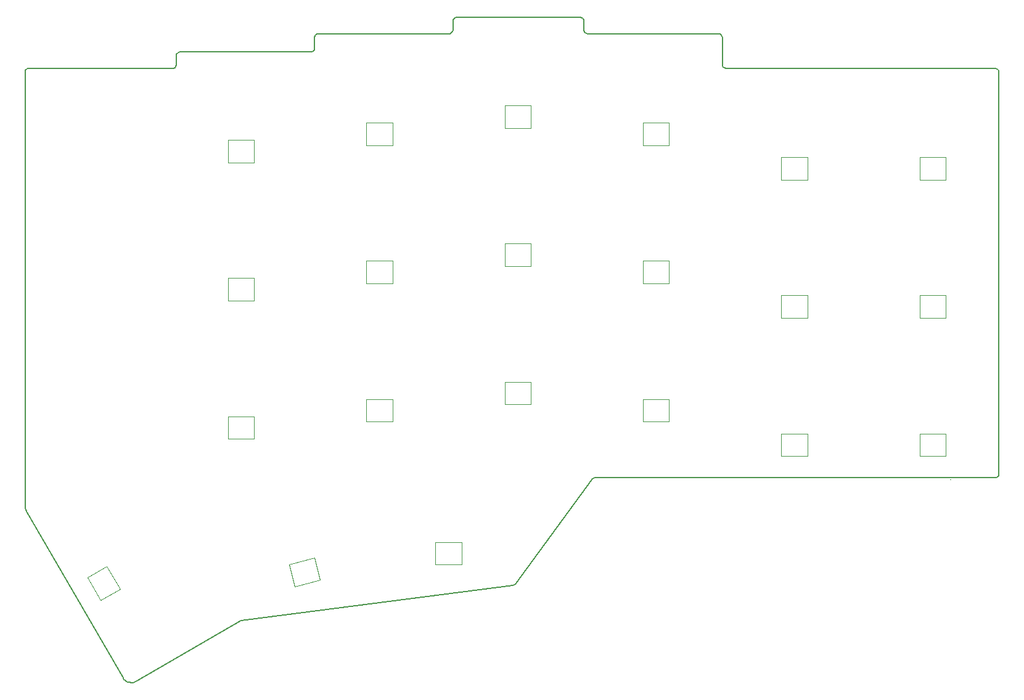
<source format=gm1>
G04 #@! TF.GenerationSoftware,KiCad,Pcbnew,(5.1.10)-1*
G04 #@! TF.CreationDate,2021-11-26T09:38:35+07:00*
G04 #@! TF.ProjectId,corne-cherry,636f726e-652d-4636-9865-7272792e6b69,3.0.1*
G04 #@! TF.SameCoordinates,Original*
G04 #@! TF.FileFunction,Profile,NP*
%FSLAX46Y46*%
G04 Gerber Fmt 4.6, Leading zero omitted, Abs format (unit mm)*
G04 Created by KiCad (PCBNEW (5.1.10)-1) date 2021-11-26 09:38:35*
%MOMM*%
%LPD*%
G01*
G04 APERTURE LIST*
G04 #@! TA.AperFunction,Profile*
%ADD10C,0.200000*%
G04 #@! TD*
G04 #@! TA.AperFunction,Profile*
%ADD11C,0.120000*%
G04 #@! TD*
G04 APERTURE END LIST*
D10*
X212522500Y-108144000D02*
X212522500Y-108143000D01*
X212522500Y-108133000D02*
X212521500Y-108133000D01*
X152406506Y-122670087D02*
X115736056Y-127440460D01*
X181156489Y-51170427D02*
X181156489Y-51170179D01*
X125156649Y-48920247D02*
X125107289Y-49137004D01*
X125107289Y-49137004D02*
X124974601Y-49306024D01*
X124974601Y-49306024D02*
X124781489Y-49404410D01*
X124781489Y-49404410D02*
X124656527Y-49420121D01*
X163303095Y-108066629D02*
X152760071Y-122523789D01*
X98859300Y-135451612D02*
X85633276Y-112519245D01*
X143656720Y-46920252D02*
X143656472Y-46920252D01*
X144156594Y-45170194D02*
X144205843Y-44953411D01*
X144205843Y-44953411D02*
X144338448Y-44784324D01*
X144338448Y-44784324D02*
X144531512Y-44685840D01*
X144531512Y-44685840D02*
X144656467Y-44670068D01*
X162156544Y-45170189D02*
X162156544Y-45170194D01*
X161656670Y-44670068D02*
X161873429Y-44719427D01*
X161873429Y-44719427D02*
X162042449Y-44852116D01*
X162042449Y-44852116D02*
X162140834Y-45045228D01*
X162140834Y-45045228D02*
X162156544Y-45170189D01*
X162156544Y-46420379D02*
X162156544Y-46420126D01*
X180656616Y-46920252D02*
X180873308Y-46969580D01*
X180873308Y-46969580D02*
X181042305Y-47102193D01*
X181042305Y-47102193D02*
X181140727Y-47295212D01*
X181140727Y-47295212D02*
X181156489Y-47420126D01*
X181656611Y-51670301D02*
X181439827Y-51621049D01*
X181439827Y-51621049D02*
X181270742Y-51488443D01*
X181270742Y-51488443D02*
X181172261Y-51295380D01*
X181172261Y-51295380D02*
X181156489Y-51170427D01*
X219156628Y-52170169D02*
X219156628Y-52170174D01*
X218656501Y-51670301D02*
X218873283Y-51719550D01*
X218873283Y-51719550D02*
X219042371Y-51852154D01*
X219042371Y-51852154D02*
X219140854Y-52045216D01*
X219140854Y-52045216D02*
X219156628Y-52170169D01*
X218656506Y-107920073D02*
X218656501Y-107920073D01*
X125156649Y-47420126D02*
X125205976Y-47203433D01*
X125205976Y-47203433D02*
X125338589Y-47034436D01*
X125338589Y-47034436D02*
X125531608Y-46936014D01*
X125531608Y-46936014D02*
X125656522Y-46920252D01*
X98862396Y-135456226D02*
X98859300Y-135451612D01*
X106156713Y-51170179D02*
X106107456Y-51386960D01*
X106107456Y-51386960D02*
X105974849Y-51556046D01*
X105974849Y-51556046D02*
X105781784Y-51654528D01*
X105781784Y-51654528D02*
X105656830Y-51670301D01*
X152760071Y-122523789D02*
X152586516Y-122636619D01*
X152586516Y-122636619D02*
X152406506Y-122670087D01*
X100787417Y-135831084D02*
X100603360Y-135935872D01*
X100603360Y-135935872D02*
X100410612Y-136009871D01*
X100410612Y-136009871D02*
X100212437Y-136053717D01*
X100212437Y-136053717D02*
X100012101Y-136068047D01*
X100012101Y-136068047D02*
X99747270Y-136042338D01*
X99747270Y-136042338D02*
X99492143Y-135966794D01*
X99492143Y-135966794D02*
X99311822Y-135878338D01*
X99311822Y-135878338D02*
X99144581Y-135763334D01*
X99144581Y-135763334D02*
X98993683Y-135622418D01*
X98993683Y-135622418D02*
X98862396Y-135456226D01*
X144156594Y-46420126D02*
X144107343Y-46636908D01*
X144107343Y-46636908D02*
X143974738Y-46805995D01*
X143974738Y-46805995D02*
X143781674Y-46904479D01*
X143781674Y-46904479D02*
X143656720Y-46920252D01*
X162656665Y-46920252D02*
X162439881Y-46871001D01*
X162439881Y-46871001D02*
X162270796Y-46738395D01*
X162270796Y-46738395D02*
X162172316Y-46545331D01*
X162172316Y-46545331D02*
X162156544Y-46420379D01*
X85907595Y-51668525D02*
X105656592Y-51670301D01*
X115081500Y-127570000D02*
X115283194Y-127515772D01*
X115283194Y-127515772D02*
X115487714Y-127473995D01*
X115487714Y-127473995D02*
X115694483Y-127444784D01*
X115694483Y-127444784D02*
X115736056Y-127440460D01*
X115081500Y-127570000D02*
X100787417Y-135831084D01*
X144157358Y-46418350D02*
X144157358Y-45168671D01*
X106158995Y-49918466D02*
X106156713Y-51170179D01*
X181657881Y-51668525D02*
X218656501Y-51670301D01*
X219156628Y-52170174D02*
X219158404Y-107418930D01*
X163303095Y-108066629D02*
X163476624Y-107953650D01*
X163476624Y-107953650D02*
X163656661Y-107920073D01*
X162658699Y-46918729D02*
X174666500Y-46918729D01*
X169779500Y-107920073D02*
X207779500Y-107919309D01*
X125158177Y-48917707D02*
X125158177Y-47419109D01*
X106656835Y-49418087D02*
X124657797Y-49418087D01*
X85633791Y-112517717D02*
X85544308Y-112338848D01*
X85544308Y-112338848D02*
X85468826Y-112124231D01*
X85468826Y-112124231D02*
X85422652Y-111901589D01*
X85422652Y-111901589D02*
X85406558Y-111673896D01*
X85406558Y-111673896D02*
X85406700Y-111645228D01*
X85407216Y-52168904D02*
X85407216Y-111642945D01*
X162158320Y-45168671D02*
X162158320Y-46418350D01*
X125658556Y-46918729D02*
X131779500Y-46918729D01*
X219156628Y-107420200D02*
X219107268Y-107636959D01*
X219107268Y-107636959D02*
X218974578Y-107805978D01*
X218974578Y-107805978D02*
X218781467Y-107904363D01*
X218781467Y-107904363D02*
X218656506Y-107920073D01*
X181157501Y-47419109D02*
X181157501Y-51168145D01*
X106156713Y-49920242D02*
X106205965Y-49703463D01*
X106205965Y-49703463D02*
X106338565Y-49534379D01*
X106338565Y-49534379D02*
X106531623Y-49435895D01*
X106531623Y-49435895D02*
X106656577Y-49420121D01*
X85406700Y-52170174D02*
X85456025Y-51953480D01*
X85456025Y-51953480D02*
X85588643Y-51784482D01*
X85588643Y-51784482D02*
X85781668Y-51686061D01*
X85781668Y-51686061D02*
X85906583Y-51670301D01*
X144657737Y-44668292D02*
X161657940Y-44668292D01*
X105656830Y-51670301D02*
X105656592Y-51670301D01*
X163656661Y-107920073D02*
X169779500Y-107920073D01*
X218656501Y-107920073D02*
X207779500Y-107919309D01*
X180656616Y-46920252D02*
X174529500Y-46920252D01*
X143656472Y-46920252D02*
X131779500Y-46918729D01*
D11*
X132259500Y-81222000D02*
X132259500Y-78122000D01*
X132259500Y-78122000D02*
X135859500Y-78122000D01*
X135859500Y-78122000D02*
X135859500Y-81222000D01*
X135859500Y-81222000D02*
X132259500Y-81222000D01*
X151259500Y-78847000D02*
X151259500Y-75747000D01*
X151259500Y-75747000D02*
X154859500Y-75747000D01*
X154859500Y-75747000D02*
X154859500Y-78847000D01*
X154859500Y-78847000D02*
X151259500Y-78847000D01*
X113259500Y-83597000D02*
X113259500Y-80497000D01*
X113259500Y-80497000D02*
X116859500Y-80497000D01*
X116859500Y-80497000D02*
X116859500Y-83597000D01*
X116859500Y-83597000D02*
X113259500Y-83597000D01*
X208259500Y-104972000D02*
X208259500Y-101872000D01*
X208259500Y-101872000D02*
X211859500Y-101872000D01*
X211859500Y-101872000D02*
X211859500Y-104972000D01*
X211859500Y-104972000D02*
X208259500Y-104972000D01*
X170259500Y-100222000D02*
X170259500Y-97122000D01*
X170259500Y-97122000D02*
X173859500Y-97122000D01*
X173859500Y-97122000D02*
X173859500Y-100222000D01*
X173859500Y-100222000D02*
X170259500Y-100222000D01*
X151259500Y-97847000D02*
X151259500Y-94747000D01*
X151259500Y-94747000D02*
X154859500Y-94747000D01*
X154859500Y-94747000D02*
X154859500Y-97847000D01*
X154859500Y-97847000D02*
X151259500Y-97847000D01*
X189259500Y-104972000D02*
X189259500Y-101872000D01*
X189259500Y-101872000D02*
X192859500Y-101872000D01*
X192859500Y-101872000D02*
X192859500Y-104972000D01*
X192859500Y-104972000D02*
X189259500Y-104972000D01*
X132259500Y-100222000D02*
X132259500Y-97122000D01*
X132259500Y-97122000D02*
X135859500Y-97122000D01*
X135859500Y-97122000D02*
X135859500Y-100222000D01*
X135859500Y-100222000D02*
X132259500Y-100222000D01*
X113259500Y-102597000D02*
X113259500Y-99497000D01*
X113259500Y-99497000D02*
X116859500Y-99497000D01*
X116859500Y-99497000D02*
X116859500Y-102597000D01*
X116859500Y-102597000D02*
X113259500Y-102597000D01*
X141759500Y-119847000D02*
X141759500Y-116747000D01*
X141759500Y-116747000D02*
X145359500Y-116747000D01*
X145359500Y-116747000D02*
X145359500Y-119847000D01*
X145359500Y-119847000D02*
X141759500Y-119847000D01*
X122458393Y-122843207D02*
X121656054Y-119848837D01*
X121656054Y-119848837D02*
X125133387Y-118917089D01*
X125133387Y-118917089D02*
X125935726Y-121911459D01*
X125935726Y-121911459D02*
X122458393Y-122843207D01*
X151259500Y-59847000D02*
X151259500Y-56747000D01*
X151259500Y-56747000D02*
X154859500Y-56747000D01*
X154859500Y-56747000D02*
X154859500Y-59847000D01*
X154859500Y-59847000D02*
X151259500Y-59847000D01*
X170259500Y-62222000D02*
X170259500Y-59122000D01*
X170259500Y-59122000D02*
X173859500Y-59122000D01*
X173859500Y-59122000D02*
X173859500Y-62222000D01*
X173859500Y-62222000D02*
X170259500Y-62222000D01*
X132259500Y-62222000D02*
X132259500Y-59122000D01*
X132259500Y-59122000D02*
X135859500Y-59122000D01*
X135859500Y-59122000D02*
X135859500Y-62222000D01*
X135859500Y-62222000D02*
X132259500Y-62222000D01*
X113259500Y-64597000D02*
X113259500Y-61497000D01*
X113259500Y-61497000D02*
X116859500Y-61497000D01*
X116859500Y-61497000D02*
X116859500Y-64597000D01*
X116859500Y-64597000D02*
X113259500Y-64597000D01*
X208259500Y-85972000D02*
X208259500Y-82872000D01*
X208259500Y-82872000D02*
X211859500Y-82872000D01*
X211859500Y-82872000D02*
X211859500Y-85972000D01*
X211859500Y-85972000D02*
X208259500Y-85972000D01*
X189259500Y-85972000D02*
X189259500Y-82872000D01*
X189259500Y-82872000D02*
X192859500Y-82872000D01*
X192859500Y-82872000D02*
X192859500Y-85972000D01*
X192859500Y-85972000D02*
X189259500Y-85972000D01*
X208259500Y-66972000D02*
X208259500Y-63872000D01*
X208259500Y-63872000D02*
X211859500Y-63872000D01*
X211859500Y-63872000D02*
X211859500Y-66972000D01*
X211859500Y-66972000D02*
X208259500Y-66972000D01*
X170259500Y-81222000D02*
X170259500Y-78122000D01*
X170259500Y-78122000D02*
X173859500Y-78122000D01*
X173859500Y-78122000D02*
X173859500Y-81222000D01*
X173859500Y-81222000D02*
X170259500Y-81222000D01*
X93960540Y-121633154D02*
X96645218Y-120083154D01*
X96645218Y-120083154D02*
X98445218Y-123200846D01*
X98445218Y-123200846D02*
X95760540Y-124750846D01*
X95760540Y-124750846D02*
X93960540Y-121633154D01*
X189259500Y-66972000D02*
X189259500Y-63872000D01*
X189259500Y-63872000D02*
X192859500Y-63872000D01*
X192859500Y-63872000D02*
X192859500Y-66972000D01*
X192859500Y-66972000D02*
X189259500Y-66972000D01*
M02*

</source>
